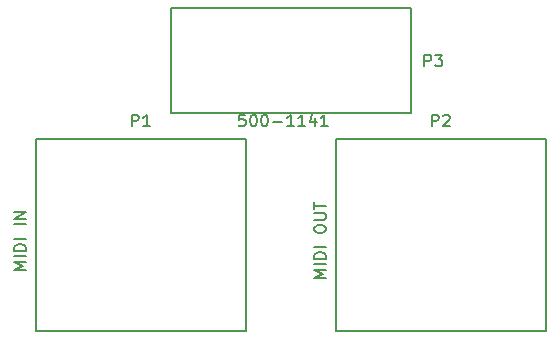
<source format=gbr>
G04 #@! TF.GenerationSoftware,KiCad,Pcbnew,(5.0.2)-1*
G04 #@! TF.CreationDate,2019-01-01T20:39:11-08:00*
G04 #@! TF.ProjectId,500-1141,3530302d-3131-4343-912e-6b696361645f,rev?*
G04 #@! TF.SameCoordinates,Original*
G04 #@! TF.FileFunction,Legend,Top*
G04 #@! TF.FilePolarity,Positive*
%FSLAX46Y46*%
G04 Gerber Fmt 4.6, Leading zero omitted, Abs format (unit mm)*
G04 Created by KiCad (PCBNEW (5.0.2)-1) date 1/1/2019 8:39:11 PM*
%MOMM*%
%LPD*%
G01*
G04 APERTURE LIST*
%ADD10C,0.150000*%
G04 APERTURE END LIST*
D10*
G04 #@! TO.C,P1*
X74930000Y-118364000D02*
X74930000Y-119380000D01*
X92710000Y-118364000D02*
X92710000Y-119380000D01*
X92710000Y-103124000D02*
X92710000Y-118364000D01*
X74930000Y-103124000D02*
X92710000Y-103124000D01*
X74930000Y-118364000D02*
X74930000Y-103124000D01*
X92710000Y-119380000D02*
X74930000Y-119380000D01*
G04 #@! TO.C,P2*
X100330000Y-118364000D02*
X100330000Y-119380000D01*
X118110000Y-118364000D02*
X118110000Y-119380000D01*
X118110000Y-103124000D02*
X118110000Y-118364000D01*
X100330000Y-103124000D02*
X118110000Y-103124000D01*
X100330000Y-118364000D02*
X100330000Y-103124000D01*
X118110000Y-119380000D02*
X100330000Y-119380000D01*
G04 #@! TO.C,P3*
X86360000Y-99060000D02*
X86360000Y-93980000D01*
X106680000Y-93980000D02*
X106680000Y-99060000D01*
X106680000Y-99060000D02*
X106680000Y-100965000D01*
X106680000Y-100965000D02*
X86360000Y-100965000D01*
X86360000Y-100965000D02*
X86360000Y-99060000D01*
X106680000Y-93980000D02*
X106680000Y-92075000D01*
X106680000Y-92075000D02*
X86360000Y-92075000D01*
X86360000Y-92075000D02*
X86360000Y-93980000D01*
G04 #@! TO.C,P1*
X83081904Y-102052380D02*
X83081904Y-101052380D01*
X83462857Y-101052380D01*
X83558095Y-101100000D01*
X83605714Y-101147619D01*
X83653333Y-101242857D01*
X83653333Y-101385714D01*
X83605714Y-101480952D01*
X83558095Y-101528571D01*
X83462857Y-101576190D01*
X83081904Y-101576190D01*
X84605714Y-102052380D02*
X84034285Y-102052380D01*
X84320000Y-102052380D02*
X84320000Y-101052380D01*
X84224761Y-101195238D01*
X84129523Y-101290476D01*
X84034285Y-101338095D01*
X74112380Y-114212380D02*
X73112380Y-114212380D01*
X73826666Y-113879047D01*
X73112380Y-113545714D01*
X74112380Y-113545714D01*
X74112380Y-113069523D02*
X73112380Y-113069523D01*
X74112380Y-112593333D02*
X73112380Y-112593333D01*
X73112380Y-112355238D01*
X73160000Y-112212380D01*
X73255238Y-112117142D01*
X73350476Y-112069523D01*
X73540952Y-112021904D01*
X73683809Y-112021904D01*
X73874285Y-112069523D01*
X73969523Y-112117142D01*
X74064761Y-112212380D01*
X74112380Y-112355238D01*
X74112380Y-112593333D01*
X74112380Y-111593333D02*
X73112380Y-111593333D01*
X74112380Y-110355238D02*
X73112380Y-110355238D01*
X74112380Y-109879047D02*
X73112380Y-109879047D01*
X74112380Y-109307619D01*
X73112380Y-109307619D01*
G04 #@! TO.C,P2*
X108481904Y-102052380D02*
X108481904Y-101052380D01*
X108862857Y-101052380D01*
X108958095Y-101100000D01*
X109005714Y-101147619D01*
X109053333Y-101242857D01*
X109053333Y-101385714D01*
X109005714Y-101480952D01*
X108958095Y-101528571D01*
X108862857Y-101576190D01*
X108481904Y-101576190D01*
X109434285Y-101147619D02*
X109481904Y-101100000D01*
X109577142Y-101052380D01*
X109815238Y-101052380D01*
X109910476Y-101100000D01*
X109958095Y-101147619D01*
X110005714Y-101242857D01*
X110005714Y-101338095D01*
X109958095Y-101480952D01*
X109386666Y-102052380D01*
X110005714Y-102052380D01*
X99512380Y-114879047D02*
X98512380Y-114879047D01*
X99226666Y-114545714D01*
X98512380Y-114212380D01*
X99512380Y-114212380D01*
X99512380Y-113736190D02*
X98512380Y-113736190D01*
X99512380Y-113260000D02*
X98512380Y-113260000D01*
X98512380Y-113021904D01*
X98560000Y-112879047D01*
X98655238Y-112783809D01*
X98750476Y-112736190D01*
X98940952Y-112688571D01*
X99083809Y-112688571D01*
X99274285Y-112736190D01*
X99369523Y-112783809D01*
X99464761Y-112879047D01*
X99512380Y-113021904D01*
X99512380Y-113260000D01*
X99512380Y-112260000D02*
X98512380Y-112260000D01*
X98512380Y-110831428D02*
X98512380Y-110640952D01*
X98560000Y-110545714D01*
X98655238Y-110450476D01*
X98845714Y-110402857D01*
X99179047Y-110402857D01*
X99369523Y-110450476D01*
X99464761Y-110545714D01*
X99512380Y-110640952D01*
X99512380Y-110831428D01*
X99464761Y-110926666D01*
X99369523Y-111021904D01*
X99179047Y-111069523D01*
X98845714Y-111069523D01*
X98655238Y-111021904D01*
X98560000Y-110926666D01*
X98512380Y-110831428D01*
X98512380Y-109974285D02*
X99321904Y-109974285D01*
X99417142Y-109926666D01*
X99464761Y-109879047D01*
X99512380Y-109783809D01*
X99512380Y-109593333D01*
X99464761Y-109498095D01*
X99417142Y-109450476D01*
X99321904Y-109402857D01*
X98512380Y-109402857D01*
X98512380Y-109069523D02*
X98512380Y-108498095D01*
X99512380Y-108783809D02*
X98512380Y-108783809D01*
G04 #@! TO.C,P3*
X107846904Y-96972380D02*
X107846904Y-95972380D01*
X108227857Y-95972380D01*
X108323095Y-96020000D01*
X108370714Y-96067619D01*
X108418333Y-96162857D01*
X108418333Y-96305714D01*
X108370714Y-96400952D01*
X108323095Y-96448571D01*
X108227857Y-96496190D01*
X107846904Y-96496190D01*
X108751666Y-95972380D02*
X109370714Y-95972380D01*
X109037380Y-96353333D01*
X109180238Y-96353333D01*
X109275476Y-96400952D01*
X109323095Y-96448571D01*
X109370714Y-96543809D01*
X109370714Y-96781904D01*
X109323095Y-96877142D01*
X109275476Y-96924761D01*
X109180238Y-96972380D01*
X108894523Y-96972380D01*
X108799285Y-96924761D01*
X108751666Y-96877142D01*
X92646904Y-101052380D02*
X92170714Y-101052380D01*
X92123095Y-101528571D01*
X92170714Y-101480952D01*
X92265952Y-101433333D01*
X92504047Y-101433333D01*
X92599285Y-101480952D01*
X92646904Y-101528571D01*
X92694523Y-101623809D01*
X92694523Y-101861904D01*
X92646904Y-101957142D01*
X92599285Y-102004761D01*
X92504047Y-102052380D01*
X92265952Y-102052380D01*
X92170714Y-102004761D01*
X92123095Y-101957142D01*
X93313571Y-101052380D02*
X93408809Y-101052380D01*
X93504047Y-101100000D01*
X93551666Y-101147619D01*
X93599285Y-101242857D01*
X93646904Y-101433333D01*
X93646904Y-101671428D01*
X93599285Y-101861904D01*
X93551666Y-101957142D01*
X93504047Y-102004761D01*
X93408809Y-102052380D01*
X93313571Y-102052380D01*
X93218333Y-102004761D01*
X93170714Y-101957142D01*
X93123095Y-101861904D01*
X93075476Y-101671428D01*
X93075476Y-101433333D01*
X93123095Y-101242857D01*
X93170714Y-101147619D01*
X93218333Y-101100000D01*
X93313571Y-101052380D01*
X94265952Y-101052380D02*
X94361190Y-101052380D01*
X94456428Y-101100000D01*
X94504047Y-101147619D01*
X94551666Y-101242857D01*
X94599285Y-101433333D01*
X94599285Y-101671428D01*
X94551666Y-101861904D01*
X94504047Y-101957142D01*
X94456428Y-102004761D01*
X94361190Y-102052380D01*
X94265952Y-102052380D01*
X94170714Y-102004761D01*
X94123095Y-101957142D01*
X94075476Y-101861904D01*
X94027857Y-101671428D01*
X94027857Y-101433333D01*
X94075476Y-101242857D01*
X94123095Y-101147619D01*
X94170714Y-101100000D01*
X94265952Y-101052380D01*
X95027857Y-101671428D02*
X95789761Y-101671428D01*
X96789761Y-102052380D02*
X96218333Y-102052380D01*
X96504047Y-102052380D02*
X96504047Y-101052380D01*
X96408809Y-101195238D01*
X96313571Y-101290476D01*
X96218333Y-101338095D01*
X97742142Y-102052380D02*
X97170714Y-102052380D01*
X97456428Y-102052380D02*
X97456428Y-101052380D01*
X97361190Y-101195238D01*
X97265952Y-101290476D01*
X97170714Y-101338095D01*
X98599285Y-101385714D02*
X98599285Y-102052380D01*
X98361190Y-101004761D02*
X98123095Y-101719047D01*
X98742142Y-101719047D01*
X99646904Y-102052380D02*
X99075476Y-102052380D01*
X99361190Y-102052380D02*
X99361190Y-101052380D01*
X99265952Y-101195238D01*
X99170714Y-101290476D01*
X99075476Y-101338095D01*
G04 #@! TD*
M02*

</source>
